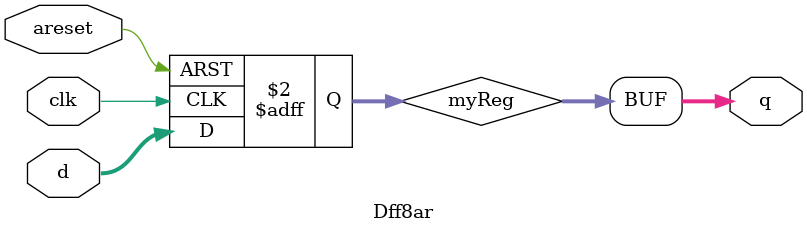
<source format=v>
module Dff8ar(
  input        clk,
  input        areset,
  input  [7:0] d,
  output [7:0] q
);
`ifdef RANDOMIZE_REG_INIT
  reg [31:0] _RAND_0;
`endif // RANDOMIZE_REG_INIT
  reg [7:0] myReg; // @[Dff8ar.scala 13:26]
  assign q = myReg; // @[Dff8ar.scala 15:9]
  always @(posedge clk or posedge areset) begin
    if (areset) begin // @[Dff8ar.scala 13:26]
      myReg <= 8'h0; // @[Dff8ar.scala 13:26]
    end else begin
      myReg <= d; // @[Dff8ar.scala 14:13]
    end
  end
// Register and memory initialization
`ifdef RANDOMIZE_GARBAGE_ASSIGN
`define RANDOMIZE
`endif
`ifdef RANDOMIZE_INVALID_ASSIGN
`define RANDOMIZE
`endif
`ifdef RANDOMIZE_REG_INIT
`define RANDOMIZE
`endif
`ifdef RANDOMIZE_MEM_INIT
`define RANDOMIZE
`endif
`ifndef RANDOM
`define RANDOM $random
`endif
`ifdef RANDOMIZE_MEM_INIT
  integer initvar;
`endif
`ifndef SYNTHESIS
`ifdef FIRRTL_BEFORE_INITIAL
`FIRRTL_BEFORE_INITIAL
`endif
initial begin
  `ifdef RANDOMIZE
    `ifdef INIT_RANDOM
      `INIT_RANDOM
    `endif
    `ifndef VERILATOR
      `ifdef RANDOMIZE_DELAY
        #`RANDOMIZE_DELAY begin end
      `else
        #0.002 begin end
      `endif
    `endif
`ifdef RANDOMIZE_REG_INIT
  _RAND_0 = {1{`RANDOM}};
  myReg = _RAND_0[7:0];
`endif // RANDOMIZE_REG_INIT
  if (areset) begin
    myReg = 8'h0;
  end
  `endif // RANDOMIZE
end // initial
`ifdef FIRRTL_AFTER_INITIAL
`FIRRTL_AFTER_INITIAL
`endif
`endif // SYNTHESIS
endmodule

</source>
